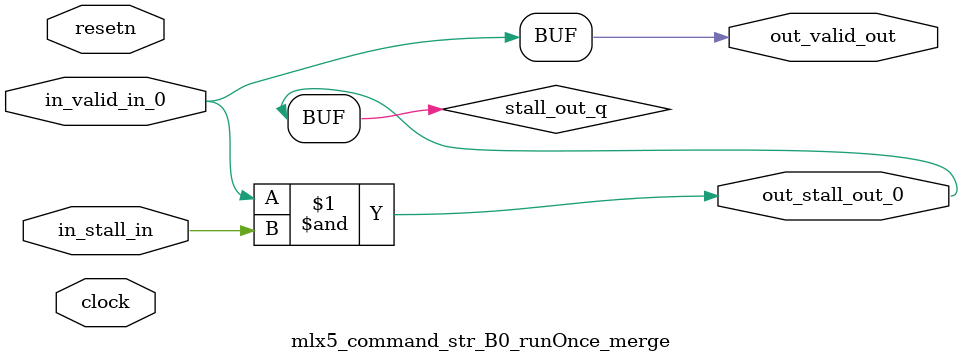
<source format=sv>



(* altera_attribute = "-name AUTO_SHIFT_REGISTER_RECOGNITION OFF; -name MESSAGE_DISABLE 10036; -name MESSAGE_DISABLE 10037; -name MESSAGE_DISABLE 14130; -name MESSAGE_DISABLE 14320; -name MESSAGE_DISABLE 15400; -name MESSAGE_DISABLE 14130; -name MESSAGE_DISABLE 10036; -name MESSAGE_DISABLE 12020; -name MESSAGE_DISABLE 12030; -name MESSAGE_DISABLE 12010; -name MESSAGE_DISABLE 12110; -name MESSAGE_DISABLE 14320; -name MESSAGE_DISABLE 13410; -name MESSAGE_DISABLE 113007; -name MESSAGE_DISABLE 10958" *)
module mlx5_command_str_B0_runOnce_merge (
    input wire [0:0] in_stall_in,
    input wire [0:0] in_valid_in_0,
    output wire [0:0] out_stall_out_0,
    output wire [0:0] out_valid_out,
    input wire clock,
    input wire resetn
    );

    wire [0:0] stall_out_q;


    // stall_out(LOGICAL,6)
    assign stall_out_q = in_valid_in_0 & in_stall_in;

    // out_stall_out_0(GPOUT,4)
    assign out_stall_out_0 = stall_out_q;

    // out_valid_out(GPOUT,5)
    assign out_valid_out = in_valid_in_0;

endmodule

</source>
